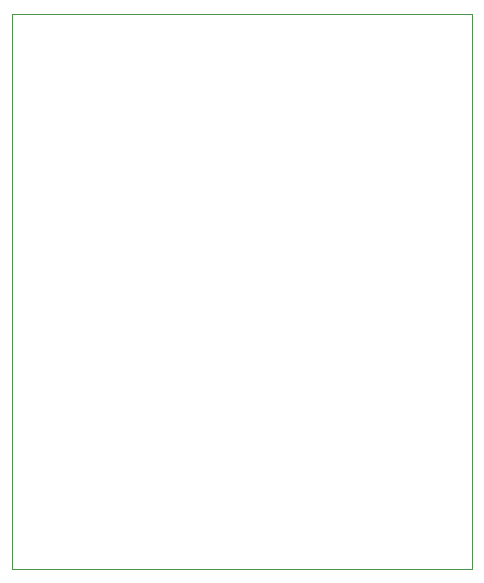
<source format=gbr>
%TF.GenerationSoftware,KiCad,Pcbnew,9.0.3*%
%TF.CreationDate,2025-07-19T00:48:33+05:30*%
%TF.ProjectId,Project_1,50726f6a-6563-4745-9f31-2e6b69636164,rev?*%
%TF.SameCoordinates,Original*%
%TF.FileFunction,Profile,NP*%
%FSLAX46Y46*%
G04 Gerber Fmt 4.6, Leading zero omitted, Abs format (unit mm)*
G04 Created by KiCad (PCBNEW 9.0.3) date 2025-07-19 00:48:33*
%MOMM*%
%LPD*%
G01*
G04 APERTURE LIST*
%TA.AperFunction,Profile*%
%ADD10C,0.050000*%
%TD*%
G04 APERTURE END LIST*
D10*
X108000000Y-51000000D02*
X147000000Y-51000000D01*
X147000000Y-98000000D01*
X108000000Y-98000000D01*
X108000000Y-51000000D01*
M02*

</source>
